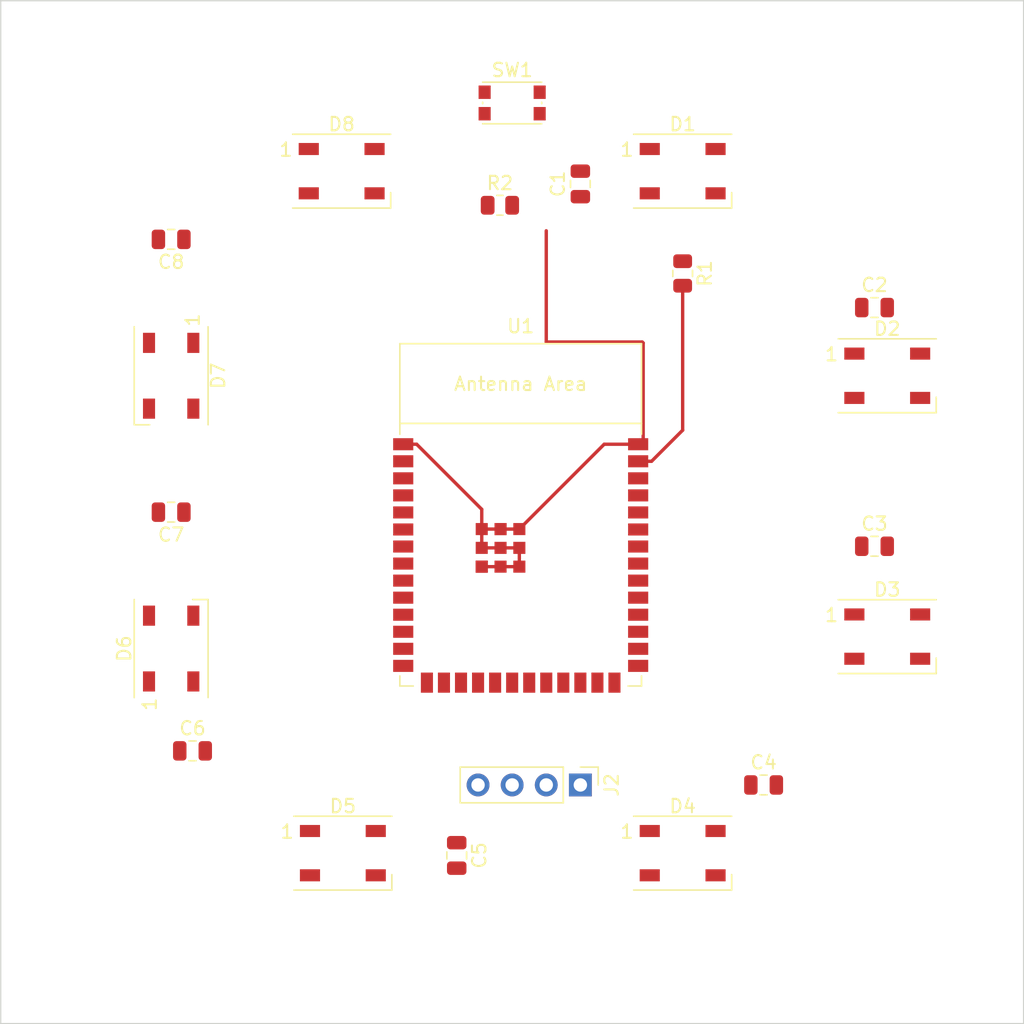
<source format=kicad_pcb>
(kicad_pcb (version 20221018) (generator pcbnew)
  (layers (0 "F.Cu" signal) (31 "B.Cu" signal) (34 "B.Paste" user) (35 "F.Paste" user) (36 "B.SilkS" user "B.Silkscreen") (37 "F.SilkS" user "F.Silkscreen") (38 "B.Mask" user) (39 "F.Mask" user) (44 "Edge.Cuts" user))
  (net 0 "")
  (net 1 "GND")
  (net 2 "Net-(D1-VSS)")
  (net 3 "Net-(D1-DOUT)")
  (net 4 "Net-(D1-DIN)")
  (net 5 "Net-(D2-DOUT)")
  (net 6 "Net-(D3-DOUT)")
  (net 7 "Net-(D4-DOUT)")
  (net 8 "Net-(D5-DOUT)")
  (net 9 "Net-(D6-DOUT)")
  (net 10 "Net-(D7-DOUT)")
  (net 12 "Net-(J2-Pin_3)")
  (net 13 "Net-(J2-Pin_4)")
  (net 14 "Net-(U1-GPIO1{slash}TOUCH1{slash}ADC1_CH0)")
  (net 15 "Net-(U1-GPIO4{slash}TOUCH4{slash}ADC1_CH3)")
  (net 16 "+3.3V")
  (footprint "LED_SMD:LED_WS2812B_PLCC4_5.0x5.0mm_P3.2mm" (layer "F.Cu") (at 193.04 98.17)
    (fp_text reference "D3" (at 0 -3.5) (layer "F.SilkS"))
    (fp_text value "WS2812B")
    (fp_text user "1" (at -4.15 -1.6) (layer "F.SilkS"))
    (fp_line (start -3.65 -2.75) (end 3.65 -2.75) (stroke (width 0.12)) (layer "F.SilkS"))
    (fp_line (start -3.65 2.75) (end 3.65 2.75) (stroke (width 0.12)) (layer "F.SilkS"))
    (fp_line (start 3.65 2.75) (end 3.65 1.6) (stroke (width 0.12)) (layer "F.SilkS"))
    (pad "1" smd rect (at -2.45 -1.65) (size 1.5 0.9) (layers "F.Cu" "F.Paste" "F.Mask") (net 1 "GND"))
    (pad "2" smd rect (at -2.45 1.65) (size 1.5 0.9) (layers "F.Cu" "F.Paste" "F.Mask") (net 6 "Net-(D3-DOUT)"))
    (pad "3" smd rect (at 2.45 1.65) (size 1.5 0.9) (layers "F.Cu" "F.Paste" "F.Mask") (net 2 "Net-(D1-VSS)"))
    (pad "4" smd rect (at 2.45 -1.65) (size 1.5 0.9) (layers "F.Cu" "F.Paste" "F.Mask") (net 5 "Net-(D2-DOUT)"))
  )
  (footprint "LED_SMD:LED_WS2812B_PLCC4_5.0x5.0mm_P3.2mm" (layer "F.Cu") (at 139.7 78.74 -90)
    (fp_text reference "D7" (at 0 -3.5 90) (layer "F.SilkS"))
    (fp_text value "WS2812B")
    (fp_text user "1" (at -4.15 -1.6 90) (layer "F.SilkS"))
    (fp_line (start -3.65 -2.75) (end 3.65 -2.75) (stroke (width 0.12)) (layer "F.SilkS"))
    (fp_line (start -3.65 2.75) (end 3.65 2.75) (stroke (width 0.12)) (layer "F.SilkS"))
    (fp_line (start 3.65 2.75) (end 3.65 1.6) (stroke (width 0.12)) (layer "F.SilkS"))
    (pad "1" smd rect (at -2.45 -1.65 270) (size 1.5 0.9) (layers "F.Cu" "F.Paste" "F.Mask") (net 1 "GND"))
    (pad "2" smd rect (at -2.45 1.65 270) (size 1.5 0.9) (layers "F.Cu" "F.Paste" "F.Mask") (net 10 "Net-(D7-DOUT)"))
    (pad "3" smd rect (at 2.45 1.65 270) (size 1.5 0.9) (layers "F.Cu" "F.Paste" "F.Mask") (net 2 "Net-(D1-VSS)"))
    (pad "4" smd rect (at 2.45 -1.65 270) (size 1.5 0.9) (layers "F.Cu" "F.Paste" "F.Mask") (net 9 "Net-(D6-DOUT)"))
  )
  (footprint "LED_SMD:LED_WS2812B_PLCC4_5.0x5.0mm_P3.2mm" (layer "F.Cu") (at 139.7 99.06 90)
    (fp_text reference "D6" (at 0 -3.5 90) (layer "F.SilkS"))
    (fp_text value "WS2812B")
    (fp_text user "1" (at -4.15 -1.6 90) (layer "F.SilkS"))
    (fp_line (start -3.65 -2.75) (end 3.65 -2.75) (stroke (width 0.12)) (layer "F.SilkS"))
    (fp_line (start -3.65 2.75) (end 3.65 2.75) (stroke (width 0.12)) (layer "F.SilkS"))
    (fp_line (start 3.65 2.75) (end 3.65 1.6) (stroke (width 0.12)) (layer "F.SilkS"))
    (pad "1" smd rect (at -2.45 -1.65 90) (size 1.5 0.9) (layers "F.Cu" "F.Paste" "F.Mask") (net 1 "GND"))
    (pad "2" smd rect (at -2.45 1.65 90) (size 1.5 0.9) (layers "F.Cu" "F.Paste" "F.Mask") (net 9 "Net-(D6-DOUT)"))
    (pad "3" smd rect (at 2.45 1.65 90) (size 1.5 0.9) (layers "F.Cu" "F.Paste" "F.Mask") (net 2 "Net-(D1-VSS)"))
    (pad "4" smd rect (at 2.45 -1.65 90) (size 1.5 0.9) (layers "F.Cu" "F.Paste" "F.Mask") (net 8 "Net-(D5-DOUT)"))
  )
  (footprint "Capacitor_SMD:C_0805_2012Metric" (layer "F.Cu") (at 139.7 68.58 180)
    (fp_text reference "C8" (at 0 -1.68) (layer "F.SilkS"))
    (fp_text value "0.1μF")
    (fp_line (start -0.261252 -0.735) (end 0.261252 -0.735) (stroke (width 0.12)) (layer "F.SilkS"))
    (fp_line (start -0.261252 0.735) (end 0.261252 0.735) (stroke (width 0.12)) (layer "F.SilkS"))
    (pad "1" smd roundrect (at -0.95 0 180) (size 1 1.45) (layers "F.Cu" "F.Paste" "F.Mask") (net 1 "GND"))
    (pad "2" smd roundrect (at 0.95 0 180) (size 1 1.45) (layers "F.Cu" "F.Paste" "F.Mask") (net 2 "Net-(D1-VSS)"))
  )
  (footprint "LED_SMD:LED_WS2812B_PLCC4_5.0x5.0mm_P3.2mm" (layer "F.Cu") (at 177.8 114.3)
    (fp_text reference "D4" (at 0 -3.5) (layer "F.SilkS"))
    (fp_text value "WS2812B")
    (fp_text user "1" (at -4.15 -1.6) (layer "F.SilkS"))
    (fp_line (start -3.65 -2.75) (end 3.65 -2.75) (stroke (width 0.12)) (layer "F.SilkS"))
    (fp_line (start -3.65 2.75) (end 3.65 2.75) (stroke (width 0.12)) (layer "F.SilkS"))
    (fp_line (start 3.65 2.75) (end 3.65 1.6) (stroke (width 0.12)) (layer "F.SilkS"))
    (pad "1" smd rect (at -2.45 -1.65) (size 1.5 0.9) (layers "F.Cu" "F.Paste" "F.Mask") (net 1 "GND"))
    (pad "2" smd rect (at -2.45 1.65) (size 1.5 0.9) (layers "F.Cu" "F.Paste" "F.Mask") (net 7 "Net-(D4-DOUT)"))
    (pad "3" smd rect (at 2.45 1.65) (size 1.5 0.9) (layers "F.Cu" "F.Paste" "F.Mask") (net 2 "Net-(D1-VSS)"))
    (pad "4" smd rect (at 2.45 -1.65) (size 1.5 0.9) (layers "F.Cu" "F.Paste" "F.Mask") (net 6 "Net-(D3-DOUT)"))
  )
  (footprint "Capacitor_SMD:C_0805_2012Metric" (layer "F.Cu") (at 141.29 106.68)
    (fp_text reference "C6" (at 0 -1.68) (layer "F.SilkS"))
    (fp_text value "0.1μF")
    (fp_line (start -0.261252 -0.735) (end 0.261252 -0.735) (stroke (width 0.12)) (layer "F.SilkS"))
    (fp_line (start -0.261252 0.735) (end 0.261252 0.735) (stroke (width 0.12)) (layer "F.SilkS"))
    (pad "1" smd roundrect (at -0.95 0) (size 1 1.45) (layers "F.Cu" "F.Paste" "F.Mask") (net 1 "GND"))
    (pad "2" smd roundrect (at 0.95 0) (size 1 1.45) (layers "F.Cu" "F.Paste" "F.Mask") (net 2 "Net-(D1-VSS)"))
  )
  (footprint "LED_SMD:LED_WS2812B_PLCC4_5.0x5.0mm_P3.2mm" (layer "F.Cu") (at 177.8 63.5)
    (fp_text reference "D1" (at 0 -3.5) (layer "F.SilkS"))
    (fp_text value "WS2812B")
    (fp_text user "1" (at -4.15 -1.6) (layer "F.SilkS"))
    (fp_line (start -3.65 -2.75) (end 3.65 -2.75) (stroke (width 0.12)) (layer "F.SilkS"))
    (fp_line (start -3.65 2.75) (end 3.65 2.75) (stroke (width 0.12)) (layer "F.SilkS"))
    (fp_line (start 3.65 2.75) (end 3.65 1.6) (stroke (width 0.12)) (layer "F.SilkS"))
    (pad "1" smd rect (at -2.45 -1.65) (size 1.5 0.9) (layers "F.Cu" "F.Paste" "F.Mask") (net 1 "GND"))
    (pad "2" smd rect (at -2.45 1.65) (size 1.5 0.9) (layers "F.Cu" "F.Paste" "F.Mask") (net 3 "Net-(D1-DOUT)"))
    (pad "3" smd rect (at 2.45 1.65) (size 1.5 0.9) (layers "F.Cu" "F.Paste" "F.Mask") (net 2 "Net-(D1-VSS)"))
    (pad "4" smd rect (at 2.45 -1.65) (size 1.5 0.9) (layers "F.Cu" "F.Paste" "F.Mask") (net 4 "Net-(D1-DIN)"))
  )
  (footprint "PCM_Espressif:ESP32-S3-WROOM-1" (layer "F.Cu") (at 165.735 92.1)
    (fp_text reference "U1" (at 0 -17.05) (layer "F.SilkS"))
    (fp_text value "ESP32-S3-WROOM-1")
    (fp_text user "Antenna Area" (at 0 -12.75) (layer "F.SilkS"))
    (fp_line (start -9 -15.75) (end -9 -9) (stroke (width 0.12)) (layer "F.SilkS"))
    (fp_line (start -9 -15.75) (end 9 -15.75) (stroke (width 0.12)) (layer "F.SilkS"))
    (fp_line (start -9 9) (end -9 9.75) (stroke (width 0.12)) (layer "F.SilkS"))
    (fp_line (start -9 9.75) (end -8 9.75) (stroke (width 0.12)) (layer "F.SilkS"))
    (fp_line (start 9 -15.75) (end 9 -9) (stroke (width 0.12)) (layer "F.SilkS"))
    (fp_line (start 9 -9.81) (end -9 -9.81) (stroke (width 0.12)) (layer "F.SilkS"))
    (fp_line (start 9 9) (end 9 9.75) (stroke (width 0.12)) (layer "F.SilkS"))
    (fp_line (start 9 9.75) (end 8 9.75) (stroke (width 0.12)) (layer "F.SilkS"))
    (pad "1" smd rect (at -8.75 -8.26) (size 1.5 0.9) (layers "F.Cu" "F.Paste" "F.Mask") (net 1 "GND"))
    (pad "2" smd rect (at -8.75 -6.99) (size 1.5 0.9) (layers "F.Cu" "F.Paste" "F.Mask") (net 16 "+3.3V"))
    (pad "3" smd rect (at -8.75 -5.72) (size 1.5 0.9) (layers "F.Cu" "F.Paste" "F.Mask"))
    (pad "4" smd rect (at -8.75 -4.45) (size 1.5 0.9) (layers "F.Cu" "F.Paste" "F.Mask") (net 15 "Net-(U1-GPIO4{slash}TOUCH4{slash}ADC1_CH3)"))
    (pad "5" smd rect (at -8.75 -3.18) (size 1.5 0.9) (layers "F.Cu" "F.Paste" "F.Mask"))
    (pad "6" smd rect (at -8.75 -1.91) (size 1.5 0.9) (layers "F.Cu" "F.Paste" "F.Mask"))
    (pad "7" smd rect (at -8.75 -0.64) (size 1.5 0.9) (layers "F.Cu" "F.Paste" "F.Mask"))
    (pad "8" smd rect (at -8.75 0.63) (size 1.5 0.9) (layers "F.Cu" "F.Paste" "F.Mask"))
    (pad "9" smd rect (at -8.75 1.9) (size 1.5 0.9) (layers "F.Cu" "F.Paste" "F.Mask"))
    (pad "10" smd rect (at -8.75 3.17) (size 1.5 0.9) (layers "F.Cu" "F.Paste" "F.Mask"))
    (pad "11" smd rect (at -8.75 4.44) (size 1.5 0.9) (layers "F.Cu" "F.Paste" "F.Mask"))
    (pad "12" smd rect (at -8.75 5.71) (size 1.5 0.9) (layers "F.Cu" "F.Paste" "F.Mask"))
    (pad "13" smd rect (at -8.75 6.98) (size 1.5 0.9) (layers "F.Cu" "F.Paste" "F.Mask"))
    (pad "14" smd rect (at -8.75 8.25) (size 1.5 0.9) (layers "F.Cu" "F.Paste" "F.Mask"))
    (pad "15" smd rect (at -6.985 9.5 90) (size 1.5 0.9) (layers "F.Cu" "F.Paste" "F.Mask") (net 13 "Net-(J2-Pin_4)"))
    (pad "16" smd rect (at -5.715 9.5 90) (size 1.5 0.9) (layers "F.Cu" "F.Paste" "F.Mask"))
    (pad "17" smd rect (at -4.445 9.5 90) (size 1.5 0.9) (layers "F.Cu" "F.Paste" "F.Mask"))
    (pad "18" smd rect (at -3.175 9.5 90) (size 1.5 0.9) (layers "F.Cu" "F.Paste" "F.Mask"))
    (pad "19" smd rect (at -1.905 9.5 90) (size 1.5 0.9) (layers "F.Cu" "F.Paste" "F.Mask"))
    (pad "20" smd rect (at -0.635 9.5 90) (size 1.5 0.9) (layers "F.Cu" "F.Paste" "F.Mask"))
    (pad "21" smd rect (at 0.635 9.5 90) (size 1.5 0.9) (layers "F.Cu" "F.Paste" "F.Mask"))
    (pad "22" smd rect (at 1.905 9.5 90) (size 1.5 0.9) (layers "F.Cu" "F.Paste" "F.Mask"))
    (pad "23" smd rect (at 3.175 9.5 90) (size 1.5 0.9) (layers "F.Cu" "F.Paste" "F.Mask"))
    (pad "24" smd rect (at 4.445 9.5 90) (size 1.5 0.9) (layers "F.Cu" "F.Paste" "F.Mask"))
    (pad "25" smd rect (at 5.715 9.5 90) (size 1.5 0.9) (layers "F.Cu" "F.Paste" "F.Mask"))
    (pad "26" smd rect (at 6.985 9.5 90) (size 1.5 0.9) (layers "F.Cu" "F.Paste" "F.Mask"))
    (pad "27" smd rect (at 8.75 8.25 180) (size 1.5 0.9) (layers "F.Cu" "F.Paste" "F.Mask"))
    (pad "28" smd rect (at 8.75 6.98 180) (size 1.5 0.9) (layers "F.Cu" "F.Paste" "F.Mask"))
    (pad "29" smd rect (at 8.75 5.71 180) (size 1.5 0.9) (layers "F.Cu" "F.Paste" "F.Mask"))
    (pad "30" smd rect (at 8.75 4.44 180) (size 1.5 0.9) (layers "F.Cu" "F.Paste" "F.Mask"))
    (pad "31" smd rect (at 8.75 3.17 180) (size 1.5 0.9) (layers "F.Cu" "F.Paste" "F.Mask"))
    (pad "32" smd rect (at 8.75 1.9 180) (size 1.5 0.9) (layers "F.Cu" "F.Paste" "F.Mask"))
    (pad "33" smd rect (at 8.75 0.63 180) (size 1.5 0.9) (layers "F.Cu" "F.Paste" "F.Mask"))
    (pad "34" smd rect (at 8.75 -0.64 180) (size 1.5 0.9) (layers "F.Cu" "F.Paste" "F.Mask"))
    (pad "35" smd rect (at 8.75 -1.91 180) (size 1.5 0.9) (layers "F.Cu" "F.Paste" "F.Mask"))
    (pad "36" smd rect (at 8.75 -3.18 180) (size 1.5 0.9) (layers "F.Cu" "F.Paste" "F.Mask"))
    (pad "37" smd rect (at 8.75 -4.45 180) (size 1.5 0.9) (layers "F.Cu" "F.Paste" "F.Mask"))
    (pad "38" smd rect (at 8.75 -5.72 180) (size 1.5 0.9) (layers "F.Cu" "F.Paste" "F.Mask") (net 12 "Net-(J2-Pin_3)"))
    (pad "39" smd rect (at 8.75 -6.99 180) (size 1.5 0.9) (layers "F.Cu" "F.Paste" "F.Mask") (net 14 "Net-(U1-GPIO1{slash}TOUCH1{slash}ADC1_CH0)"))
    (pad "40" smd rect (at 8.75 -8.26 180) (size 1.5 0.9) (layers "F.Cu" "F.Paste" "F.Mask") (net 1 "GND"))
    (pad "41" smd rect (at -2.9 -1.94 180) (size 0.9 0.9) (layers "F.Cu" "F.Paste" "F.Mask") (net 1 "GND"))
    (pad "41" smd rect (at -2.9 -0.54 180) (size 0.9 0.9) (layers "F.Cu" "F.Paste" "F.Mask") (net 1 "GND"))
    (pad "41" smd rect (at -2.9 0.86 180) (size 0.9 0.9) (layers "F.Cu" "F.Paste" "F.Mask") (net 1 "GND"))
    (pad "41" smd rect (at -2.9 0.86 180) (size 0.9 0.9) (layers "F.Cu" "F.Paste" "F.Mask") (net 1 "GND"))
    (pad "41" smd rect (at -1.5 -1.94 180) (size 0.9 0.9) (layers "F.Cu" "F.Paste" "F.Mask") (net 1 "GND"))
    (pad "41" smd rect (at -1.5 -1.94 180) (size 0.9 0.9) (layers "F.Cu" "F.Paste" "F.Mask") (net 1 "GND"))
    (pad "41" smd rect (at -1.5 -0.54 180) (size 0.9 0.9) (layers "F.Cu" "F.Paste" "F.Mask") (net 1 "GND"))
    (pad "41" smd rect (at -1.5 0.86 180) (size 0.9 0.9) (layers "F.Cu" "F.Paste" "F.Mask") (net 1 "GND"))
    (pad "41" smd rect (at -0.1 -1.94 180) (size 0.9 0.9) (layers "F.Cu" "F.Paste" "F.Mask") (net 1 "GND"))
    (pad "41" smd rect (at -0.1 -0.54 180) (size 0.9 0.9) (layers "F.Cu" "F.Paste" "F.Mask") (net 1 "GND"))
    (pad "41" smd rect (at -0.1 0.86 180) (size 0.9 0.9) (layers "F.Cu" "F.Paste" "F.Mask") (net 1 "GND"))
  )
  (footprint "Resistor_SMD:R_0805_2012Metric" (layer "F.Cu") (at 164.1875 66.04)
    (fp_text reference "R2" (at 0 -1.65) (layer "F.SilkS"))
    (fp_text value "10kΩ")
    (fp_line (start -0.227064 -0.735) (end 0.227064 -0.735) (stroke (width 0.12)) (layer "F.SilkS"))
    (fp_line (start -0.227064 0.735) (end 0.227064 0.735) (stroke (width 0.12)) (layer "F.SilkS"))
    (pad "1" smd roundrect (at -0.9125 0) (size 1.025 1.4) (layers "F.Cu" "F.Paste" "F.Mask") (roundrect_rratio 0.243902) (net 15 "Net-(U1-GPIO4{slash}TOUCH4{slash}ADC1_CH3)"))
    (pad "2" smd roundrect (at 0.9125 0) (size 1.025 1.4) (layers "F.Cu" "F.Paste" "F.Mask") (roundrect_rratio 0.243902) (net 1 "GND"))
  )
  (footprint "Capacitor_SMD:C_0805_2012Metric" (layer "F.Cu") (at 160.97 114.47 -90)
    (fp_text reference "C5" (at 0 -1.68 90) (layer "F.SilkS"))
    (fp_text value "0.1μF")
    (fp_line (start -0.261252 -0.735) (end 0.261252 -0.735) (stroke (width 0.12)) (layer "F.SilkS"))
    (fp_line (start -0.261252 0.735) (end 0.261252 0.735) (stroke (width 0.12)) (layer "F.SilkS"))
    (pad "1" smd roundrect (at -0.95 0 270) (size 1 1.45) (layers "F.Cu" "F.Paste" "F.Mask") (net 1 "GND"))
    (pad "2" smd roundrect (at 0.95 0 270) (size 1 1.45) (layers "F.Cu" "F.Paste" "F.Mask") (net 2 "Net-(D1-VSS)"))
  )
  (footprint "Button_Switch_SMD:SW_Push_1P1T_NO_CK_KMR2" (layer "F.Cu") (at 165.1 58.42)
    (fp_text reference "SW1" (at 0 -2.45) (layer "F.SilkS"))
    (fp_text value "SW_Push")
    (fp_line (start -2.2 0.05) (end -2.2 -0.05) (stroke (width 0.12)) (layer "F.SilkS"))
    (fp_line (start -2.2 1.55) (end 2.2 1.55) (stroke (width 0.12)) (layer "F.SilkS"))
    (fp_line (start 2.2 -1.55) (end -2.2 -1.55) (stroke (width 0.12)) (layer "F.SilkS"))
    (fp_line (start 2.2 0.05) (end 2.2 -0.05) (stroke (width 0.12)) (layer "F.SilkS"))
    (pad "1" smd rect (at -2.05 -0.8) (size 0.9 1) (layers "F.Cu" "F.Paste" "F.Mask") (net 2 "Net-(D1-VSS)"))
    (pad "1" smd rect (at 2.05 -0.8) (size 0.9 1) (layers "F.Cu" "F.Paste" "F.Mask") (net 2 "Net-(D1-VSS)"))
    (pad "2" smd rect (at -2.05 0.8) (size 0.9 1) (layers "F.Cu" "F.Paste" "F.Mask") (net 15 "Net-(U1-GPIO4{slash}TOUCH4{slash}ADC1_CH3)"))
    (pad "2" smd rect (at 2.05 0.8) (size 0.9 1) (layers "F.Cu" "F.Paste" "F.Mask") (net 15 "Net-(U1-GPIO4{slash}TOUCH4{slash}ADC1_CH3)"))
  )
  (footprint "LED_SMD:LED_WS2812B_PLCC4_5.0x5.0mm_P3.2mm" (layer "F.Cu") (at 193.04 78.74)
    (fp_text reference "D2" (at 0 -3.5) (layer "F.SilkS"))
    (fp_text value "WS2812B")
    (fp_text user "1" (at -4.15 -1.6) (layer "F.SilkS"))
    (fp_line (start -3.65 -2.75) (end 3.65 -2.75) (stroke (width 0.12)) (layer "F.SilkS"))
    (fp_line (start -3.65 2.75) (end 3.65 2.75) (stroke (width 0.12)) (layer "F.SilkS"))
    (fp_line (start 3.65 2.75) (end 3.65 1.6) (stroke (width 0.12)) (layer "F.SilkS"))
    (pad "1" smd rect (at -2.45 -1.65) (size 1.5 0.9) (layers "F.Cu" "F.Paste" "F.Mask") (net 1 "GND"))
    (pad "2" smd rect (at -2.45 1.65) (size 1.5 0.9) (layers "F.Cu" "F.Paste" "F.Mask") (net 5 "Net-(D2-DOUT)"))
    (pad "3" smd rect (at 2.45 1.65) (size 1.5 0.9) (layers "F.Cu" "F.Paste" "F.Mask") (net 2 "Net-(D1-VSS)"))
    (pad "4" smd rect (at 2.45 -1.65) (size 1.5 0.9) (layers "F.Cu" "F.Paste" "F.Mask") (net 3 "Net-(D1-DOUT)"))
  )
  (footprint "LED_SMD:LED_WS2812B_PLCC4_5.0x5.0mm_P3.2mm" (layer "F.Cu") (at 152.4 63.5)
    (fp_text reference "D8" (at 0 -3.5) (layer "F.SilkS"))
    (fp_text value "WS2812B")
    (fp_text user "1" (at -4.15 -1.6) (layer "F.SilkS"))
    (fp_line (start -3.65 -2.75) (end 3.65 -2.75) (stroke (width 0.12)) (layer "F.SilkS"))
    (fp_line (start -3.65 2.75) (end 3.65 2.75) (stroke (width 0.12)) (layer "F.SilkS"))
    (fp_line (start 3.65 2.75) (end 3.65 1.6) (stroke (width 0.12)) (layer "F.SilkS"))
    (pad "1" smd rect (at -2.45 -1.65) (size 1.5 0.9) (layers "F.Cu" "F.Paste" "F.Mask") (net 1 "GND"))
    (pad "2" smd rect (at -2.45 1.65) (size 1.5 0.9) (layers "F.Cu" "F.Paste" "F.Mask"))
    (pad "3" smd rect (at 2.45 1.65) (size 1.5 0.9) (layers "F.Cu" "F.Paste" "F.Mask") (net 2 "Net-(D1-VSS)"))
    (pad "4" smd rect (at 2.45 -1.65) (size 1.5 0.9) (layers "F.Cu" "F.Paste" "F.Mask") (net 10 "Net-(D7-DOUT)"))
  )
  (footprint "Capacitor_SMD:C_0805_2012Metric" (layer "F.Cu") (at 192.09 91.44)
    (fp_text reference "C3" (at 0 -1.68) (layer "F.SilkS"))
    (fp_text value "0.1μF")
    (fp_line (start -0.261252 -0.735) (end 0.261252 -0.735) (stroke (width 0.12)) (layer "F.SilkS"))
    (fp_line (start -0.261252 0.735) (end 0.261252 0.735) (stroke (width 0.12)) (layer "F.SilkS"))
    (pad "1" smd roundrect (at -0.95 0) (size 1 1.45) (layers "F.Cu" "F.Paste" "F.Mask") (net 1 "GND"))
    (pad "2" smd roundrect (at 0.95 0) (size 1 1.45) (layers "F.Cu" "F.Paste" "F.Mask") (net 2 "Net-(D1-VSS)"))
  )
  (footprint "Capacitor_SMD:C_0805_2012Metric" (layer "F.Cu") (at 139.7 88.9 180)
    (fp_text reference "C7" (at 0 -1.68) (layer "F.SilkS"))
    (fp_text value "0.1μF")
    (fp_line (start -0.261252 -0.735) (end 0.261252 -0.735) (stroke (width 0.12)) (layer "F.SilkS"))
    (fp_line (start -0.261252 0.735) (end 0.261252 0.735) (stroke (width 0.12)) (layer "F.SilkS"))
    (pad "1" smd roundrect (at -0.95 0 180) (size 1 1.45) (layers "F.Cu" "F.Paste" "F.Mask") (net 1 "GND"))
    (pad "2" smd roundrect (at 0.95 0 180) (size 1 1.45) (layers "F.Cu" "F.Paste" "F.Mask") (net 2 "Net-(D1-VSS)"))
  )
  (footprint "Capacitor_SMD:C_0805_2012Metric" (layer "F.Cu") (at 183.83 109.22)
    (fp_text reference "C4" (at 0 -1.68) (layer "F.SilkS"))
    (fp_text value "0.1μF")
    (fp_line (start -0.261252 -0.735) (end 0.261252 -0.735) (stroke (width 0.12)) (layer "F.SilkS"))
    (fp_line (start -0.261252 0.735) (end 0.261252 0.735) (stroke (width 0.12)) (layer "F.SilkS"))
    (pad "1" smd roundrect (at -0.95 0) (size 1 1.45) (layers "F.Cu" "F.Paste" "F.Mask") (net 1 "GND"))
    (pad "2" smd roundrect (at 0.95 0) (size 1 1.45) (layers "F.Cu" "F.Paste" "F.Mask") (net 2 "Net-(D1-VSS)"))
  )
  (footprint "Capacitor_SMD:C_0805_2012Metric" (layer "F.Cu") (at 192.09 73.66)
    (fp_text reference "C2" (at 0 -1.68) (layer "F.SilkS"))
    (fp_text value "0.1μF")
    (fp_line (start -0.261252 -0.735) (end 0.261252 -0.735) (stroke (width 0.12)) (layer "F.SilkS"))
    (fp_line (start -0.261252 0.735) (end 0.261252 0.735) (stroke (width 0.12)) (layer "F.SilkS"))
    (pad "1" smd roundrect (at -0.95 0) (size 1 1.45) (layers "F.Cu" "F.Paste" "F.Mask") (net 1 "GND"))
    (pad "2" smd roundrect (at 0.95 0) (size 1 1.45) (layers "F.Cu" "F.Paste" "F.Mask") (net 2 "Net-(D1-VSS)"))
  )
  (footprint "Connector_PinHeader_2.54mm:PinHeader_1x04_P2.54mm_Vertical" (layer "F.Cu") (at 170.18 109.22 -90)
    (fp_text reference "J2" (at 0 -2.33 90) (layer "F.SilkS"))
    (fp_text value "Conn_01x04")
    (fp_line (start -1.33 -1.33) (end 0 -1.33) (stroke (width 0.12)) (layer "F.SilkS"))
    (fp_line (start -1.33 0) (end -1.33 -1.33) (stroke (width 0.12)) (layer "F.SilkS"))
    (fp_line (start -1.33 1.27) (end -1.33 8.95) (stroke (width 0.12)) (layer "F.SilkS"))
    (fp_line (start -1.33 1.27) (end 1.33 1.27) (stroke (width 0.12)) (layer "F.SilkS"))
    (fp_line (start -1.33 8.95) (end 1.33 8.95) (stroke (width 0.12)) (layer "F.SilkS"))
    (fp_line (start 1.33 1.27) (end 1.33 8.95) (stroke (width 0.12)) (layer "F.SilkS"))
    (pad "1" thru_hole rect (at 0 0 270) (size 1.7 1.7) (drill 1) (layers "*.Cu" "*.Mask") (net 1 "GND"))
    (pad "2" thru_hole oval (at 0 2.54 270) (size 1.7 1.7) (drill 1) (layers "*.Cu" "*.Mask") (net 2 "Net-(D1-VSS)"))
    (pad "3" thru_hole oval (at 0 5.08 270) (size 1.7 1.7) (drill 1) (layers "*.Cu" "*.Mask") (net 12 "Net-(J2-Pin_3)"))
    (pad "4" thru_hole oval (at 0 7.62 270) (size 1.7 1.7) (drill 1) (layers "*.Cu" "*.Mask") (net 13 "Net-(J2-Pin_4)"))
  )
  (footprint "Resistor_SMD:R_0805_2012Metric" (layer "F.Cu") (at 177.8 71.12 -90)
    (fp_text reference "R1" (at 0 -1.65 90) (layer "F.SilkS"))
    (fp_text value "330Ω")
    (fp_line (start -0.227064 -0.735) (end 0.227064 -0.735) (stroke (width 0.12)) (layer "F.SilkS"))
    (fp_line (start -0.227064 0.735) (end 0.227064 0.735) (stroke (width 0.12)) (layer "F.SilkS"))
    (pad "1" smd roundrect (at -0.9125 0 270) (size 1.025 1.4) (layers "F.Cu" "F.Paste" "F.Mask") (roundrect_rratio 0.243902) (net 4 "Net-(D1-DIN)"))
    (pad "2" smd roundrect (at 0.9125 0 270) (size 1.025 1.4) (layers "F.Cu" "F.Paste" "F.Mask") (roundrect_rratio 0.243902) (net 14 "Net-(U1-GPIO1{slash}TOUCH1{slash}ADC1_CH0)"))
  )
  (footprint "LED_SMD:LED_WS2812B_PLCC4_5.0x5.0mm_P3.2mm" (layer "F.Cu") (at 152.49 114.3)
    (fp_text reference "D5" (at 0 -3.5) (layer "F.SilkS"))
    (fp_text value "WS2812B")
    (fp_text user "1" (at -4.15 -1.6) (layer "F.SilkS"))
    (fp_line (start -3.65 -2.75) (end 3.65 -2.75) (stroke (width 0.12)) (layer "F.SilkS"))
    (fp_line (start -3.65 2.75) (end 3.65 2.75) (stroke (width 0.12)) (layer "F.SilkS"))
    (fp_line (start 3.65 2.75) (end 3.65 1.6) (stroke (width 0.12)) (layer "F.SilkS"))
    (pad "1" smd rect (at -2.45 -1.65) (size 1.5 0.9) (layers "F.Cu" "F.Paste" "F.Mask") (net 1 "GND"))
    (pad "2" smd rect (at -2.45 1.65) (size 1.5 0.9) (layers "F.Cu" "F.Paste" "F.Mask") (net 8 "Net-(D5-DOUT)"))
    (pad "3" smd rect (at 2.45 1.65) (size 1.5 0.9) (layers "F.Cu" "F.Paste" "F.Mask") (net 2 "Net-(D1-VSS)"))
    (pad "4" smd rect (at 2.45 -1.65) (size 1.5 0.9) (layers "F.Cu" "F.Paste" "F.Mask") (net 7 "Net-(D4-DOUT)"))
  )
  (footprint "Capacitor_SMD:C_0805_2012Metric" (layer "F.Cu") (at 170.18 64.45 90)
    (fp_text reference "C1" (at 0 -1.68 90) (layer "F.SilkS"))
    (fp_text value "0.1μF")
    (fp_line (start -0.261252 -0.735) (end 0.261252 -0.735) (stroke (width 0.12)) (layer "F.SilkS"))
    (fp_line (start -0.261252 0.735) (end 0.261252 0.735) (stroke (width 0.12)) (layer "F.SilkS"))
    (pad "1" smd roundrect (at -0.95 0 90) (size 1 1.45) (layers "F.Cu" "F.Paste" "F.Mask") (net 1 "GND"))
    (pad "2" smd roundrect (at 0.95 0 90) (size 1 1.45) (layers "F.Cu" "F.Paste" "F.Mask") (net 2 "Net-(D1-VSS)"))
  )
  (gr_rect (start 127 50.8) (end 203.2 127) (stroke (width 0.1)) (fill none) (layer "Edge.Cuts"))
  (segment (start 167.64 76.225) (end 174.786778 76.225) (width 0.25) (layer "F.Cu") (net 1))
  (segment (start 165.635 90.16) (end 162.835 90.16) (width 0.25) (layer "F.Cu") (net 1))
  (segment (start 162.835 91.56) (end 165.635 91.56) (width 0.25) (layer "F.Cu") (net 1))
  (segment (start 156.985 83.84) (end 157.985 83.84) (width 0.25) (layer "F.Cu") (net 1))
  (segment (start 171.955 83.84) (end 165.635 90.16) (width 0.25) (layer "F.Cu") (net 1))
  (segment (start 167.64 67.94) (end 167.64 76.225) (width 0.25) (layer "F.Cu") (net 1))
  (segment (start 174.86 83.465) (end 174.485 83.84) (width 0.25) (layer "F.Cu") (net 1))
  (segment (start 174.86 76.298222) (end 174.86 83.465) (width 0.25) (layer "F.Cu") (net 1))
  (segment (start 162.835 88.69) (end 162.835 90.16) (width 0.25) (layer "F.Cu") (net 1))
  (segment (start 174.485 83.84) (end 171.955 83.84) (width 0.25) (layer "F.Cu") (net 1))
  (segment (start 174.786778 76.225) (end 174.86 76.298222) (width 0.25) (layer "F.Cu") (net 1))
  (segment (start 165.635 91.56) (end 165.635 92.96) (width 0.25) (layer "F.Cu") (net 1))
  (segment (start 157.985 83.84) (end 162.835 88.69) (width 0.25) (layer "F.Cu") (net 1))
  (segment (start 165.635 92.96) (end 162.835 92.96) (width 0.25) (layer "F.Cu") (net 1))
  (segment (start 162.835 90.16) (end 162.835 91.56) (width 0.25) (layer "F.Cu") (net 1))
  (segment (start 177.8 72.0325) (end 177.8 82.795) (width 0.25) (layer "F.Cu") (net 14))
  (segment (start 177.8 82.795) (end 175.485 85.11) (width 0.25) (layer "F.Cu") (net 14))
  (segment (start 175.485 85.11) (end 174.485 85.11) (width 0.25) (layer "F.Cu") (net 14))
)
</source>
